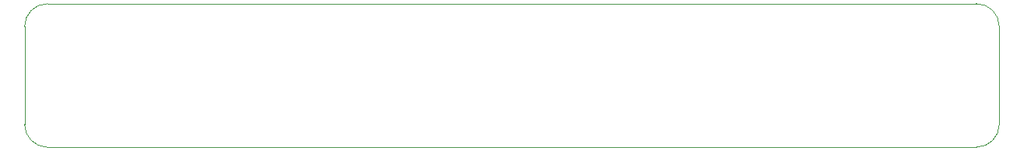
<source format=gbr>
%TF.GenerationSoftware,KiCad,Pcbnew,(6.0.7-1)-1*%
%TF.CreationDate,2022-09-24T17:28:48+02:00*%
%TF.ProjectId,Bike-lights-kicad,42696b65-2d6c-4696-9768-74732d6b6963,rev?*%
%TF.SameCoordinates,Original*%
%TF.FileFunction,Profile,NP*%
%FSLAX46Y46*%
G04 Gerber Fmt 4.6, Leading zero omitted, Abs format (unit mm)*
G04 Created by KiCad (PCBNEW (6.0.7-1)-1) date 2022-09-24 17:28:48*
%MOMM*%
%LPD*%
G01*
G04 APERTURE LIST*
%TA.AperFunction,Profile*%
%ADD10C,0.038100*%
%TD*%
G04 APERTURE END LIST*
D10*
X103400000Y-15700000D02*
X2500000Y-15700000D01*
X105900000Y-2500000D02*
X105900000Y-13200000D01*
X2500000Y0D02*
X103400000Y0D01*
X0Y-13200000D02*
X0Y-2500000D01*
X0Y-13200000D02*
G75*
G03*
X2500000Y-15700000I2500000J0D01*
G01*
X103400000Y-15700000D02*
G75*
G03*
X105900000Y-13200000I0J2500000D01*
G01*
X105900000Y-2500000D02*
G75*
G03*
X103400000Y0I-2500000J0D01*
G01*
X2500000Y0D02*
G75*
G03*
X0Y-2500000I0J-2500000D01*
G01*
M02*

</source>
